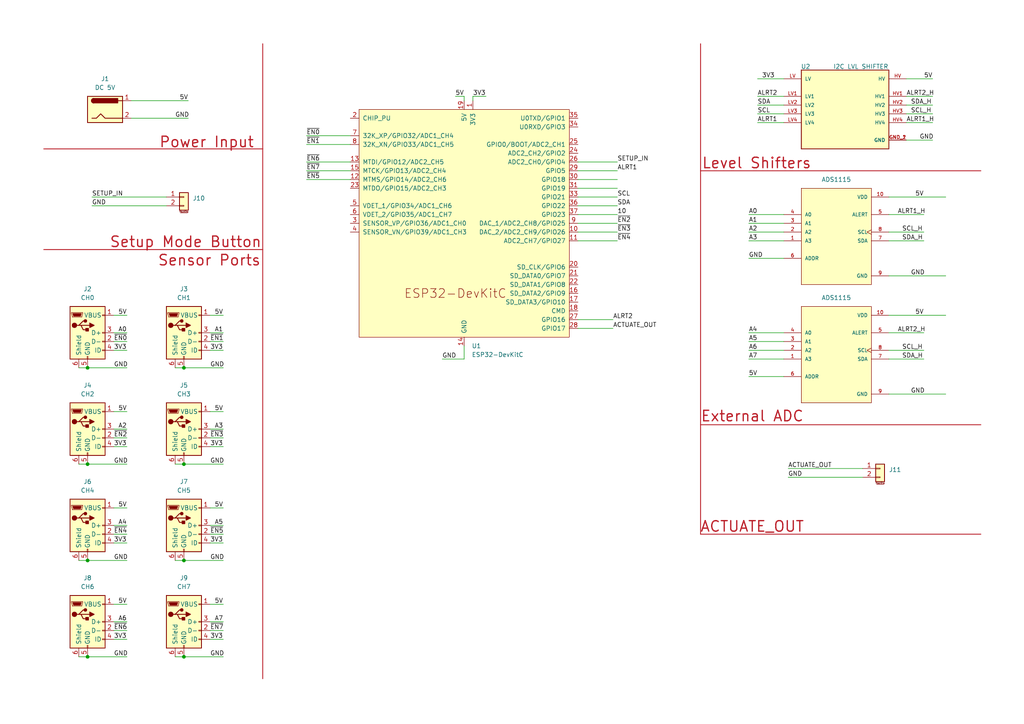
<source format=kicad_sch>
(kicad_sch (version 20231120) (generator "eeschema") (generator_version "8.0")
  (paper "A4")
  (lib_symbols
    (symbol "00_ADS1115_Board:ZC261500" (pin_names (offset 1.016))
      (property "Reference" "U" (at -10.16 16.002 0))
      (property "Value" "ZC261500" (at -10.16 -15.24 0))
      (symbol "ZC261500_0_0"
        (rectangle (start -10.16 -12.7) (end 10.16 15.24) (stroke (width 0.1524)) (fill (type background)))
        (pin input line (at -15.24 0 0) (length 5.08) (name "A3") (number "1"))
        (pin power_in line (at 15.24 12.7 180) (length 5.08) (name "VDD") (number "10"))
        (pin input line (at -15.24 2.54 0) (length 5.08) (name "A2") (number "2"))
        (pin input line (at -15.24 5.08 0) (length 5.08) (name "A1") (number "3"))
        (pin input line (at -15.24 7.62 0) (length 5.08) (name "A0") (number "4"))
        (pin bidirectional line (at 15.24 7.62 180) (length 5.08) (name "ALERT") (number "5"))
        (pin input line (at -15.24 -5.08 0) (length 5.08) (name "ADDR") (number "6"))
        (pin bidirectional line (at 15.24 0 180) (length 5.08) (name "SDA") (number "7"))
        (pin input clock (at 15.24 2.54 180) (length 5.08) (name "SCL") (number "8"))
        (pin power_in line (at 15.24 -10.16 180) (length 5.08) (name "GND") (number "9"))
      )
    )
    (symbol "BOB-12009:BOB-12009" (pin_names (offset 1.016))
      (property "Reference" "U" (at -12.7 11.43 0))
      (property "Value" "BOB-12009" (at -12.7 -15.24 0))
      (symbol "BOB-12009_0_0"
        (rectangle (start -12.7 -12.7) (end 12.7 10.16) (stroke (width 0.254)) (fill (type background)))
        (pin power_in line (at 17.78 -10.16 180) (length 5.08) (name "GND") (number "GND_1"))
        (pin power_in line (at 17.78 -10.16 180) (length 5.08) (name "GND") (number "GND_2"))
        (pin bidirectional line (at 17.78 7.62 180) (length 5.08) (name "HV") (number "HV"))
        (pin bidirectional line (at 17.78 2.54 180) (length 5.08) (name "HV1") (number "HV1"))
        (pin bidirectional line (at 17.78 0 180) (length 5.08) (name "HV2") (number "HV2"))
        (pin bidirectional line (at 17.78 -2.54 180) (length 5.08) (name "HV3") (number "HV3"))
        (pin bidirectional line (at 17.78 -5.08 180) (length 5.08) (name "HV4") (number "HV4"))
        (pin bidirectional line (at -17.78 7.62 0) (length 5.08) (name "LV") (number "LV"))
        (pin bidirectional line (at -17.78 2.54 0) (length 5.08) (name "LV1") (number "LV1"))
        (pin bidirectional line (at -17.78 0 0) (length 5.08) (name "LV2") (number "LV2"))
        (pin bidirectional line (at -17.78 -2.54 0) (length 5.08) (name "LV3") (number "LV3"))
        (pin bidirectional line (at -17.78 -5.08 0) (length 5.08) (name "LV4") (number "LV4"))
      )
    )
    (symbol "Connector:Barrel_Jack" (pin_names (offset 1.016))
      (property "Reference" "J" (at 0 5.334 0))
      (property "Value" "Barrel_Jack" (at 0 -5.08 0))
      (symbol "Barrel_Jack_0_1"
        (rectangle (start -5.08 3.81) (end 5.08 -3.81) (stroke (width 0.254)) (fill (type background)))
        (arc (start -3.302 3.175) (mid -3.9343 2.54) (end -3.302 1.905) (stroke (width 0.254)))
        (arc (start -3.302 3.175) (mid -3.9343 2.54) (end -3.302 1.905) (stroke (width 0.254)) (fill (type outline)))
        (polyline (pts (xy 5.08 2.54) (xy 3.81 2.54)) (stroke (width 0.254)))
        (polyline (pts (xy -3.81 -2.54) (xy -2.54 -2.54) (xy -1.27 -1.27) (xy 0 -2.54) (xy 2.54 -2.54) (xy 5.08 -2.54)) (stroke (width 0.254)))
        (rectangle (start 3.683 3.175) (end -3.302 1.905) (stroke (width 0.254)) (fill (type outline)))
      )
      (symbol "Barrel_Jack_1_1"
        (pin passive line (at 7.62 2.54 180) (length 2.54) (name "~") (number "1"))
        (pin passive line (at 7.62 -2.54 180) (length 2.54) (name "~") (number "2"))
      )
    )
    (symbol "Connector:USB_B_Micro" (pin_names (offset 1.016))
      (property "Reference" "J" (at -5.08 11.43 0))
      (property "Value" "USB_B_Micro" (at -5.08 8.89 0))
      (symbol "USB_B_Micro_0_1"
        (rectangle (start -5.08 -7.62) (end 5.08 7.62) (stroke (width 0.254)) (fill (type background)))
        (circle (center -3.81 2.159) (radius 0.635) (stroke (width 0.254)) (fill (type outline)))
        (circle (center -0.635 3.429) (radius 0.381) (stroke (width 0.254)) (fill (type outline)))
        (rectangle (start -0.127 -7.62) (end 0.127 -6.858))
        (polyline (pts (xy -1.905 2.159) (xy 0.635 2.159)) (stroke (width 0.254)))
        (polyline (pts (xy -3.175 2.159) (xy -2.54 2.159) (xy -1.27 3.429) (xy -0.635 3.429)) (stroke (width 0.254)))
        (polyline (pts (xy -2.54 2.159) (xy -1.905 2.159) (xy -1.27 0.889) (xy 0 0.889)) (stroke (width 0.254)))
        (polyline (pts (xy 0.635 2.794) (xy 0.635 1.524) (xy 1.905 2.159) (xy 0.635 2.794)) (stroke (width 0.254)) (fill (type outline)))
        (polyline (pts (xy -4.318 5.588) (xy -1.778 5.588) (xy -2.032 4.826) (xy -4.064 4.826) (xy -4.318 5.588)) (fill (type outline)))
        (polyline (pts (xy -4.699 5.842) (xy -4.699 5.588) (xy -4.445 4.826) (xy -4.445 4.572) (xy -1.651 4.572) (xy -1.651 4.826) (xy -1.397 5.588) (xy -1.397 5.842) (xy -4.699 5.842)))
        (rectangle (start 0.254 1.27) (end -0.508 0.508) (stroke (width 0.254)) (fill (type outline)))
        (rectangle (start 5.08 -5.207) (end 4.318 -4.953))
        (rectangle (start 5.08 -2.667) (end 4.318 -2.413))
        (rectangle (start 5.08 -0.127) (end 4.318 0.127))
        (rectangle (start 5.08 4.953) (end 4.318 5.207))
      )
      (symbol "USB_B_Micro_1_1"
        (pin power_out line (at 7.62 5.08 180) (length 2.54) (name "VBUS") (number "1"))
        (pin bidirectional line (at 7.62 -2.54 180) (length 2.54) (name "D-") (number "2"))
        (pin bidirectional line (at 7.62 0 180) (length 2.54) (name "D+") (number "3"))
        (pin passive line (at 7.62 -5.08 180) (length 2.54) (name "ID") (number "4"))
        (pin power_out line (at 0 -10.16 90) (length 2.54) (name "GND") (number "5"))
        (pin passive line (at -2.54 -10.16 90) (length 2.54) (name "Shield") (number "6"))
      )
    )
    (symbol "Connector_Generic_MountingPin:Conn_01x02_MountingPin" (pin_names (offset 1.016) hide)
      (property "Reference" "J10" (at 2.54 -0.3555 0))
      (symbol "Conn_01x02_MountingPin_1_1"
        (rectangle (start -1.27 -2.413) (end 0 -2.667) (stroke (width 0.1524)))
        (rectangle (start -1.27 0.127) (end 0 -0.127) (stroke (width 0.1524)))
        (rectangle (start -1.27 1.27) (end 1.27 -3.81) (stroke (width 0.254)) (fill (type background)))
        (polyline (pts (xy -1.016 -4.572) (xy 1.016 -4.572)) (stroke (width 0.1524)))
        (text "Mounting" (at 0 -4.191 0) (effects (font (size 0.381 0.381))))
        (pin passive line (at -5.08 0 0) (length 3.81) (name "Pin_1") (number "1"))
        (pin passive line (at -5.08 -2.54 0) (length 3.81) (name "Pin_2") (number "2"))
      )
    )
    (symbol "PCM_Espressif:ESP32-DevKitC" (pin_names (offset 1.016))
      (property "Reference" "U" (at -30.48 38.1 0))
      (property "Value" "ESP32-DevKitC" (at -30.48 35.56 0))
      (symbol "ESP32-DevKitC_0_0"
        (text "ESP32-DevKitC" (at -2.54 -20.32 0) (effects (font (size 2.54 2.54))))
        (pin power_in line (at 0 -35.56 90) (length 2.54) (name "GND") (number "14"))
        (pin power_in line (at 0 35.56 270) (length 2.54) (name "5V") (number "19"))
      )
      (symbol "ESP32-DevKitC_0_1"
        (rectangle (start -30.48 33.02) (end 30.48 -33.02) (fill (type background)))
      )
      (symbol "ESP32-DevKitC_1_1"
        (pin power_in line (at 2.54 35.56 270) (length 2.54) (name "3V3") (number "1"))
        (pin bidirectional line (at 33.02 -2.54 180) (length 2.54) (name "DAC_2/ADC2_CH9/GPIO26") (number "10"))
        (pin bidirectional line (at 33.02 -5.08 180) (length 2.54) (name "ADC2_CH7/GPIO27") (number "11"))
        (pin bidirectional line (at -33.02 12.7 0) (length 2.54) (name "MTMS/GPIO14/ADC2_CH6") (number "12"))
        (pin bidirectional line (at -33.02 17.78 0) (length 2.54) (name "MTDI/GPIO12/ADC2_CH5") (number "13"))
        (pin bidirectional line (at -33.02 15.24 0) (length 2.54) (name "MTCK/GPIO13/ADC2_CH4") (number "15"))
        (pin bidirectional line (at 33.02 -20.32 180) (length 2.54) (name "SD_DATA2/GPIO9") (number "16"))
        (pin bidirectional line (at 33.02 -22.86 180) (length 2.54) (name "SD_DATA3/GPIO10") (number "17"))
        (pin bidirectional line (at 33.02 -25.4 180) (length 2.54) (name "CMD") (number "18"))
        (pin input line (at -33.02 30.48 0) (length 2.54) (name "CHIP_PU") (number "2"))
        (pin bidirectional line (at 33.02 -12.7 180) (length 2.54) (name "SD_CLK/GPIO6") (number "20"))
        (pin bidirectional line (at 33.02 -15.24 180) (length 2.54) (name "SD_DATA0/GPIO7") (number "21"))
        (pin bidirectional line (at 33.02 -17.78 180) (length 2.54) (name "SD_DATA1/GPIO8") (number "22"))
        (pin bidirectional line (at -33.02 10.16 0) (length 2.54) (name "MTDO/GPIO15/ADC2_CH3") (number "23"))
        (pin bidirectional line (at 33.02 20.32 180) (length 2.54) (name "ADC2_CH2/GPIO2") (number "24"))
        (pin bidirectional line (at 33.02 22.86 180) (length 2.54) (name "GPIO0/BOOT/ADC2_CH1") (number "25"))
        (pin bidirectional line (at 33.02 17.78 180) (length 2.54) (name "ADC2_CH0/GPIO4") (number "26"))
        (pin bidirectional line (at 33.02 -27.94 180) (length 2.54) (name "GPIO16") (number "27"))
        (pin bidirectional line (at 33.02 -30.48 180) (length 2.54) (name "GPIO17") (number "28"))
        (pin bidirectional line (at 33.02 15.24 180) (length 2.54) (name "GPIO5") (number "29"))
        (pin input line (at -33.02 0 0) (length 2.54) (name "SENSOR_VP/GPIO36/ADC1_CH0") (number "3"))
        (pin bidirectional line (at 33.02 12.7 180) (length 2.54) (name "GPIO18") (number "30"))
        (pin bidirectional line (at 33.02 10.16 180) (length 2.54) (name "GPIO19") (number "31"))
        (pin passive line (at 0 -35.56 90) (length 2.54) hide (name "GND") (number "32"))
        (pin bidirectional line (at 33.02 7.62 180) (length 2.54) (name "GPIO21") (number "33"))
        (pin bidirectional line (at 33.02 27.94 180) (length 2.54) (name "U0RXD/GPIO3") (number "34"))
        (pin bidirectional line (at 33.02 30.48 180) (length 2.54) (name "U0TXD/GPIO1") (number "35"))
        (pin bidirectional line (at 33.02 5.08 180) (length 2.54) (name "GPIO22") (number "36"))
        (pin bidirectional line (at 33.02 2.54 180) (length 2.54) (name "GPIO23") (number "37"))
        (pin passive line (at 0 -35.56 90) (length 2.54) hide (name "GND") (number "38"))
        (pin input line (at -33.02 -2.54 0) (length 2.54) (name "SENSOR_VN/GPIO39/ADC1_CH3") (number "4"))
        (pin input line (at -33.02 5.08 0) (length 2.54) (name "VDET_1/GPIO34/ADC1_CH6") (number "5"))
        (pin input line (at -33.02 2.54 0) (length 2.54) (name "VDET_2/GPIO35/ADC1_CH7") (number "6"))
        (pin bidirectional line (at -33.02 25.4 0) (length 2.54) (name "32K_XP/GPIO32/ADC1_CH4") (number "7"))
        (pin bidirectional line (at -33.02 22.86 0) (length 2.54) (name "32K_XN/GPIO33/ADC1_CH5") (number "8"))
        (pin bidirectional line (at 33.02 0 180) (length 2.54) (name "DAC_1/ADC2_CH8/GPIO25") (number "9"))
      )
    )
  )
  (junction (at 25.4 162.56))
  (junction (at 25.4 134.62))
  (junction (at 53.34 162.56))
  (junction (at 25.4 106.68))
  (junction (at 53.34 134.62))
  (junction (at 53.34 106.68))
  (junction (at 53.34 190.5))
  (junction (at 25.4 190.5))
  (wire (pts (xy 257.81 101.6) (xy 267.97 101.6)))
  (polyline (pts (xy 203.2 123.19) (xy 284.48 123.19)) (stroke (width 0.254) (color 185 28 38 1)))
  (wire (pts (xy 60.96 147.32) (xy 64.77 147.32)))
  (wire (pts (xy 167.64 95.25) (xy 177.8 95.25)))
  (wire (pts (xy 134.62 100.33) (xy 134.62 104.14)))
  (wire (pts (xy 262.89 35.56) (xy 270.51 35.56)))
  (wire (pts (xy 22.86 162.56) (xy 25.4 162.56)))
  (polyline (pts (xy 76.2 196.85) (xy 76.2 196.85)))
  (wire (pts (xy 137.16 27.94) (xy 140.97 27.94)))
  (wire (pts (xy 217.17 67.31) (xy 227.33 67.31)))
  (polyline (pts (xy 203.2 49.53) (xy 203.2 154.94)) (stroke (width 0.254) (color 185 28 38 1)))
  (wire (pts (xy 88.9 49.53) (xy 101.6 49.53)))
  (wire (pts (xy 217.17 109.22) (xy 227.33 109.22)))
  (wire (pts (xy 60.96 119.38) (xy 64.77 119.38)))
  (wire (pts (xy 33.02 152.4) (xy 36.83 152.4)))
  (polyline (pts (xy 203.2 49.53) (xy 284.48 49.53)) (stroke (width 0.254) (color 185 28 38 1)))
  (wire (pts (xy 22.86 190.5) (xy 25.4 190.5)))
  (wire (pts (xy 60.96 124.46) (xy 64.77 124.46)))
  (wire (pts (xy 217.17 99.06) (xy 227.33 99.06)))
  (wire (pts (xy 33.02 101.6) (xy 36.83 101.6)))
  (wire (pts (xy 33.02 127) (xy 36.83 127)))
  (wire (pts (xy 53.34 190.5) (xy 64.77 190.5)))
  (wire (pts (xy 167.64 49.53) (xy 179.07 49.53)))
  (wire (pts (xy 50.8 162.56) (xy 53.34 162.56)))
  (polyline (pts (xy 12.7 43.18) (xy 76.2 43.18)) (stroke (width 0.254) (color 185 28 38 1)))
  (polyline (pts (xy 12.7 72.39) (xy 76.2 72.39)) (stroke (width 0.254) (color 185 28 38 1)))
  (wire (pts (xy 33.02 182.88) (xy 36.83 182.88)))
  (wire (pts (xy 167.64 46.99) (xy 179.07 46.99)))
  (wire (pts (xy 53.34 134.62) (xy 64.77 134.62)))
  (polyline (pts (xy 203.2 12.7) (xy 203.2 49.53)) (stroke (width 0.254) (color 185 28 38 1)))
  (wire (pts (xy 217.17 96.52) (xy 227.33 96.52)))
  (wire (pts (xy 33.02 180.34) (xy 36.83 180.34)))
  (wire (pts (xy 33.02 147.32) (xy 36.83 147.32)))
  (wire (pts (xy 60.96 157.48) (xy 64.77 157.48)))
  (wire (pts (xy 38.1 34.29) (xy 54.61 34.29)))
  (wire (pts (xy 262.89 30.48) (xy 270.51 30.48)))
  (wire (pts (xy 22.86 134.62) (xy 25.4 134.62)))
  (wire (pts (xy 33.02 119.38) (xy 36.83 119.38)))
  (wire (pts (xy 257.81 67.31) (xy 267.97 67.31)))
  (wire (pts (xy 217.17 64.77) (xy 227.33 64.77)))
  (polyline (pts (xy 203.2 154.94) (xy 284.48 154.94)) (stroke (width 0.254) (color 185 28 38 1)))
  (wire (pts (xy 167.64 57.15) (xy 179.07 57.15)))
  (wire (pts (xy 167.64 92.71) (xy 177.8 92.71)))
  (wire (pts (xy 219.71 22.86) (xy 227.33 22.86)))
  (wire (pts (xy 26.67 57.15) (xy 48.26 57.15)))
  (wire (pts (xy 25.4 162.56) (xy 36.83 162.56)))
  (wire (pts (xy 33.02 129.54) (xy 36.83 129.54)))
  (wire (pts (xy 60.96 185.42) (xy 64.77 185.42)))
  (wire (pts (xy 217.17 69.85) (xy 227.33 69.85)))
  (wire (pts (xy 228.6 138.43) (xy 250.19 138.43)))
  (wire (pts (xy 167.64 54.61) (xy 179.07 54.61)))
  (wire (pts (xy 262.89 40.64) (xy 270.51 40.64)))
  (wire (pts (xy 257.81 80.01) (xy 274.32 80.01)))
  (wire (pts (xy 33.02 124.46) (xy 36.83 124.46)))
  (wire (pts (xy 167.64 69.85) (xy 179.07 69.85)))
  (wire (pts (xy 60.96 182.88) (xy 64.77 182.88)))
  (wire (pts (xy 219.71 35.56) (xy 227.33 35.56)))
  (wire (pts (xy 60.96 154.94) (xy 64.77 154.94)))
  (wire (pts (xy 257.81 114.3) (xy 274.32 114.3)))
  (wire (pts (xy 88.9 52.07) (xy 101.6 52.07)))
  (wire (pts (xy 88.9 39.37) (xy 101.6 39.37)))
  (wire (pts (xy 219.71 30.48) (xy 227.33 30.48)))
  (wire (pts (xy 134.62 27.94) (xy 134.62 29.21)))
  (wire (pts (xy 167.64 59.69) (xy 179.07 59.69)))
  (wire (pts (xy 60.96 91.44) (xy 64.77 91.44)))
  (wire (pts (xy 53.34 162.56) (xy 64.77 162.56)))
  (wire (pts (xy 217.17 101.6) (xy 227.33 101.6)))
  (wire (pts (xy 257.81 62.23) (xy 267.97 62.23)))
  (wire (pts (xy 219.71 33.02) (xy 227.33 33.02)))
  (wire (pts (xy 257.81 69.85) (xy 267.97 69.85)))
  (wire (pts (xy 33.02 91.44) (xy 36.83 91.44)))
  (wire (pts (xy 167.64 62.23) (xy 179.07 62.23)))
  (wire (pts (xy 219.71 27.94) (xy 227.33 27.94)))
  (wire (pts (xy 257.81 104.14) (xy 267.97 104.14)))
  (wire (pts (xy 257.81 96.52) (xy 267.97 96.52)))
  (wire (pts (xy 262.89 27.94) (xy 270.51 27.94)))
  (wire (pts (xy 228.6 135.89) (xy 250.19 135.89)))
  (wire (pts (xy 217.17 62.23) (xy 227.33 62.23)))
  (wire (pts (xy 167.64 67.31) (xy 179.07 67.31)))
  (wire (pts (xy 257.81 91.44) (xy 274.32 91.44)))
  (wire (pts (xy 88.9 46.99) (xy 101.6 46.99)))
  (wire (pts (xy 50.8 190.5) (xy 53.34 190.5)))
  (wire (pts (xy 128.27 104.14) (xy 134.62 104.14)))
  (wire (pts (xy 137.16 29.21) (xy 137.16 27.94)))
  (wire (pts (xy 38.1 29.21) (xy 54.61 29.21)))
  (wire (pts (xy 53.34 106.68) (xy 64.77 106.68)))
  (wire (pts (xy 22.86 106.68) (xy 25.4 106.68)))
  (polyline (pts (xy 76.2 12.7) (xy 76.2 43.18)) (stroke (width 0.254) (color 185 28 38 1)))
  (wire (pts (xy 50.8 106.68) (xy 53.34 106.68)))
  (wire (pts (xy 60.96 152.4) (xy 64.77 152.4)))
  (wire (pts (xy 33.02 157.48) (xy 36.83 157.48)))
  (wire (pts (xy 262.89 33.02) (xy 270.51 33.02)))
  (wire (pts (xy 60.96 99.06) (xy 64.77 99.06)))
  (wire (pts (xy 33.02 96.52) (xy 36.83 96.52)))
  (wire (pts (xy 60.96 129.54) (xy 64.77 129.54)))
  (wire (pts (xy 25.4 190.5) (xy 36.83 190.5)))
  (wire (pts (xy 257.81 57.15) (xy 274.32 57.15)))
  (wire (pts (xy 217.17 104.14) (xy 227.33 104.14)))
  (wire (pts (xy 33.02 185.42) (xy 36.83 185.42)))
  (wire (pts (xy 25.4 106.68) (xy 36.83 106.68)))
  (wire (pts (xy 60.96 127) (xy 64.77 127)))
  (wire (pts (xy 33.02 175.26) (xy 36.83 175.26)))
  (wire (pts (xy 60.96 175.26) (xy 64.77 175.26)))
  (wire (pts (xy 167.64 64.77) (xy 179.07 64.77)))
  (wire (pts (xy 25.4 134.62) (xy 36.83 134.62)))
  (wire (pts (xy 26.67 59.69) (xy 48.26 59.69)))
  (wire (pts (xy 60.96 96.52) (xy 64.77 96.52)))
  (wire (pts (xy 132.08 27.94) (xy 134.62 27.94)))
  (polyline (pts (xy 76.2 196.85) (xy 76.2 72.39)) (stroke (width 0.254) (color 185 28 38 1)))
  (polyline (pts (xy 76.2 72.39) (xy 76.2 43.18)) (stroke (width 0.254) (color 185 28 38 1)))
  (wire (pts (xy 60.96 180.34) (xy 64.77 180.34)))
  (wire (pts (xy 167.64 52.07) (xy 179.07 52.07)))
  (wire (pts (xy 33.02 154.94) (xy 36.83 154.94)))
  (wire (pts (xy 60.96 101.6) (xy 64.77 101.6)))
  (wire (pts (xy 50.8 134.62) (xy 53.34 134.62)))
  (wire (pts (xy 88.9 41.91) (xy 101.6 41.91)))
  (wire (pts (xy 262.89 22.86) (xy 270.51 22.86)))
  (wire (pts (xy 33.02 99.06) (xy 36.83 99.06)))
  (wire (pts (xy 217.17 74.93) (xy 227.33 74.93)))
  (text "Sensor Ports" (at 60.706 75.692 0) (effects (font (size 3.048 3.048) (thickness 0.3658) (bold yes))))
  (text "Power Input" (at 59.944 41.402 0) (effects (font (size 3.048 3.048) (thickness 0.3658) (bold yes))))
  (text "ACTUATE_OUT" (at 218.186 152.908 0) (effects (font (size 3.048 3.048) (thickness 0.3658) (bold yes))))
  (text "External ADC\n" (at 218.186 120.904 0) (effects (font (size 3.048 3.048) (thickness 0.3658) (bold yes))))
  (text "Level Shifters" (at 219.456 47.498 0) (effects (font (size 3.048 3.048) (thickness 0.3658) (bold yes))))
  (text "Setup Mode Button" (at 53.848 70.358 0) (effects (font (size 3.048 3.048) (thickness 0.3658) (bold yes))))
  (label "5V" (at 265.43 57.15 0))
  (label "3V3" (at 60.96 101.6 0))
  (label "GND" (at 217.17 74.93 0))
  (label "SCL_H" (at 264.16 33.02 0))
  (label "GND" (at 26.67 59.69 0))
  (label "5V" (at 62.23 175.26 0))
  (label "~{EN0}" (at 33.02 99.06 0))
  (label "GND" (at 228.6 138.43 0))
  (label "SDA_H" (at 261.62 104.14 0))
  (label "~{EN6}" (at 33.02 182.88 0))
  (label "~{EN3}" (at 179.07 67.31 0))
  (label "~{EN1}" (at 88.9 41.91 0))
  (label "~{EN3}" (at 60.96 127 0))
  (label "A3" (at 62.23 124.46 0))
  (label "A5" (at 217.17 99.06 0))
  (label "3V3" (at 33.02 129.54 0))
  (label "5V" (at 62.23 119.38 0))
  (label "~{EN5}" (at 60.96 154.94 0))
  (label "ALRT2" (at 219.71 27.94 0))
  (label "A0" (at 217.17 62.23 0))
  (label "A1" (at 62.23 96.52 0))
  (label "3V3" (at 60.96 129.54 0))
  (label "5V" (at 34.29 91.44 0))
  (label "5V" (at 34.29 175.26 0))
  (label "ALRT2_H" (at 260.35 96.52 0))
  (label "GND" (at 60.96 162.56 0))
  (label "SETUP_IN" (at 179.07 46.99 0))
  (label "ALRT2_H" (at 262.89 27.94 0))
  (label "ALRT1" (at 179.07 49.53 0))
  (label "~{EN7}" (at 88.9 49.53 0))
  (label "GND" (at 33.02 134.62 0))
  (label "~{EN7}" (at 60.96 182.88 0))
  (label "GND" (at 33.02 190.5 0))
  (label "3V3" (at 137.16 27.94 0))
  (label "ALRT1_H" (at 262.89 35.56 0))
  (label "~{EN2}" (at 179.07 64.77 0))
  (label "SDA_H" (at 264.16 30.48 0))
  (label "ALRT2" (at 177.8 92.71 0))
  (label "GND" (at 264.16 114.3 0))
  (label "~{EN1}" (at 60.96 99.06 0))
  (label "SCL_H" (at 261.62 101.6 0))
  (label "3V3" (at 60.96 185.42 0))
  (label "A6" (at 217.17 101.6 0))
  (label "A7" (at 62.23 180.34 0))
  (label "SCL_H" (at 261.62 67.31 0))
  (label "GND" (at 60.96 134.62 0))
  (label "3V3" (at 33.02 101.6 0))
  (label "3V3" (at 33.02 185.42 0))
  (label "5V" (at 52.07 29.21 0))
  (label "ACTUATE_OUT" (at 177.8 95.25 0))
  (label "10" (at 179.07 62.23 0))
  (label "~{EN2}" (at 33.02 127 0))
  (label "A4" (at 217.17 96.52 0))
  (label "A4" (at 34.29 152.4 0))
  (label "ALRT1" (at 219.71 35.56 0))
  (label "~{EN4}" (at 33.02 154.94 0))
  (label "GND" (at 264.16 80.01 0))
  (label "GND" (at 50.8 34.29 0))
  (label "ACTUATE_OUT" (at 228.6 135.89 0))
  (label "~{EN0}" (at 88.9 39.37 0))
  (label "A2" (at 34.29 124.46 0))
  (label "5V" (at 62.23 147.32 0))
  (label "A3" (at 217.17 69.85 0))
  (label "SDA" (at 219.71 30.48 0))
  (label "A0" (at 34.29 96.52 0))
  (label "GND" (at 128.27 104.14 0))
  (label "SDA_H" (at 261.62 69.85 0))
  (label "3V3" (at 60.96 157.48 0))
  (label "SDA" (at 179.07 59.69 0))
  (label "A2" (at 217.17 67.31 0))
  (label "5V" (at 34.29 147.32 0))
  (label "5V" (at 62.23 91.44 0))
  (label "~{EN5}" (at 88.9 52.07 0))
  (label "GND" (at 33.02 162.56 0))
  (label "GND" (at 33.02 106.68 0))
  (label "A7" (at 217.17 104.14 0))
  (label "GND" (at 60.96 106.68 0))
  (label "A1" (at 217.17 64.77 0))
  (label "GND" (at 60.96 190.5 0))
  (label "GND" (at 266.7 40.64 0))
  (label "3V3" (at 220.98 22.86 0))
  (label "5V" (at 34.29 119.38 0))
  (label "ALRT1_H" (at 260.35 62.23 0))
  (label "A5" (at 62.23 152.4 0))
  (label "5V" (at 267.97 22.86 0))
  (label "SCL" (at 219.71 33.02 0))
  (label "5V" (at 217.17 109.22 0))
  (label "5V" (at 132.08 27.94 0))
  (label "~{EN4}" (at 179.07 69.85 0))
  (label "3V3" (at 33.02 157.48 0))
  (label "~{EN6}" (at 88.9 46.99 0))
  (label "SETUP_IN" (at 26.67 57.15 0))
  (label "5V" (at 265.43 91.44 0))
  (label "A6" (at 34.29 180.34 0))
  (label "SCL" (at 179.07 57.15 0))
  (symbol (lib_id "Connector:USB_B_Micro") (at 53.34 180.34 0) (unit 1)
    (property "Reference" "J9" (at 53.34 167.64 0))
    (property "Value" "CH7" (at 53.34 170.18 0))
    (property "Footprint" "Connector_USB:USB_Micro-B_Amphenol_10118194_Horizontal" (effects (hide yes)))
    (property "Description" "USB Micro Type B connector" (effects (hide yes)))
  )
  (symbol (lib_id "00_ADS1115_Board:ZC261500") (at 242.57 69.85 0) (unit 1)
    (property "Reference" "U4" (effects (hide yes)))
    (property "Value" "ADS1115" (at 242.57 52.07 0))
    (property "Footprint" "ZC261500:MODULE_ZC261500" (effects (hide yes)))
    (property "MF" "YKS" (effects (hide yes)))
    (property "MAXIMUM_PACKAGE_HEIGHT" "NA" (effects (hide yes)))
    (property "Package" "None" (effects (hide yes)))
    (property "Price" "None" (effects (hide yes)))
    (property "Check_prices" "https://www.snapeda.com/parts/ZC261500/YKS/view-part/?ref=eda" (effects (hide yes)))
    (property "STANDARD" "Manufacturer Recommendations" (effects (hide yes)))
    (property "PARTREV" "NA" (effects (hide yes)))
    (property "SnapEDA_Link" "https://www.snapeda.com/parts/ZC261500/YKS/view-part/?ref=snap" (effects (hide yes)))
    (property "MP" "ZC261500" (effects (hide yes)))
    (property "Description_1" "\nADS1115 Module ADC 4 channel with Pro Gain Amplifier for Arduino RPi\n" (effects (hide yes)))
    (property "Availability" "Not in stock" (effects (hide yes)))
    (property "MANUFACTURER" "YKS" (effects (hide yes)))
  )
  (symbol (lib_id "PCM_Espressif:ESP32-DevKitC") (at 134.62 64.77 0) (unit 1)
    (property "Reference" "U1" (at 136.8141 100.33 0) (effects (justify left)))
    (property "Value" "ESP32-DevKitC" (at 136.8141 102.87 0) (effects (justify left)))
    (property "Footprint" "PCM_Espressif:ESP32-DevKitC" (effects (hide yes)))
    (property "Datasheet" "https://docs.espressif.com/projects/esp-idf/zh_CN/latest/esp32/hw-reference/esp32/get-started-devkitc.html" (effects (hide yes)))
    (property "Description" "Development Kit" (effects (hide yes)))
  )
  (symbol (lib_id "BOB-12009:BOB-12009") (at 245.11 30.48 0) (unit 1)
    (property "Reference" "U2" (at 233.68 19.304 0))
    (property "Value" "I2C LVL SHIFTER" (at 249.682 19.304 0))
    (property "Footprint" "BOB-12009:CONV_BOB-12009" (effects (hide yes)))
    (property "MF" "SparkFun" (effects (hide yes)))
    (property "MAXIMUM_PACKAGE_HEIGHT" "N/A" (effects (hide yes)))
    (property "Package" "None" (effects (hide yes)))
    (property "Price" "None" (effects (hide yes)))
    (property "Check_prices" "https://www.snapeda.com/parts/BOB-12009/SparkFun+Electronics/view-part/?ref=eda" (effects (hide yes)))
    (property "STANDARD" "Manufacturer Recommendations" (effects (hide yes)))
    (property "PARTREV" "01" (effects (hide yes)))
    (property "SnapEDA_Link" "https://www.snapeda.com/parts/BOB-12009/SparkFun+Electronics/view-part/?ref=snap" (effects (hide yes)))
    (property "MP" "BOB-12009" (effects (hide yes)))
    (property "Purchase-URL" "https://www.snapeda.com/api/url_track_click_mouser/?unipart_id=551764&manufacturer=SparkFun&part_name=BOB-12009&search_term=None" (effects (hide yes)))
    (property "Description_1" "\nBSS138 Logic-Level Translator Interface Evaluation Board\n" (effects (hide yes)))
    (property "Availability" "In Stock" (effects (hide yes)))
    (property "MANUFACTURER" "SparkFun Electronics" (effects (hide yes)))
  )
  (symbol (lib_id "Connector:USB_B_Micro") (at 25.4 124.46 0) (unit 1)
    (property "Reference" "J4" (at 25.4 111.76 0))
    (property "Value" "CH2" (at 25.4 114.3 0))
    (property "Footprint" "Connector_USB:USB_Micro-B_Amphenol_10118194_Horizontal" (effects (hide yes)))
    (property "Description" "USB Micro Type B connector" (effects (hide yes)))
  )
  (symbol (lib_id "Connector:USB_B_Micro") (at 25.4 96.52 0) (unit 1)
    (property "Reference" "J2" (at 25.4 83.82 0))
    (property "Value" "CH0" (at 25.4 86.36 0))
    (property "Footprint" "Connector_USB:USB_Micro-B_Amphenol_10118194_Horizontal" (effects (hide yes)))
    (property "Description" "USB Micro Type B connector" (effects (hide yes)))
  )
  (symbol (lib_id "Connector:USB_B_Micro") (at 53.34 124.46 0) (unit 1)
    (property "Reference" "J5" (at 53.34 111.76 0))
    (property "Value" "CH3" (at 53.34 114.3 0))
    (property "Footprint" "Connector_USB:USB_Micro-B_Amphenol_10118194_Horizontal" (effects (hide yes)))
    (property "Description" "USB Micro Type B connector" (effects (hide yes)))
  )
  (symbol (lib_id "Connector:USB_B_Micro") (at 25.4 180.34 0) (unit 1)
    (property "Reference" "J8" (at 25.4 167.64 0))
    (property "Value" "CH6" (at 25.4 170.18 0))
    (property "Footprint" "Connector_USB:USB_Micro-B_Amphenol_10118194_Horizontal" (effects (hide yes)))
    (property "Description" "USB Micro Type B connector" (effects (hide yes)))
  )
  (symbol (lib_id "Connector:USB_B_Micro") (at 53.34 152.4 0) (unit 1)
    (property "Reference" "J7" (at 53.34 139.7 0))
    (property "Value" "CH5" (at 53.34 142.24 0))
    (property "Footprint" "Connector_USB:USB_Micro-B_Amphenol_10118194_Horizontal" (effects (hide yes)))
    (property "Description" "USB Micro Type B connector" (effects (hide yes)))
  )
  (symbol (lib_id "Connector_Generic_MountingPin:Conn_01x02_MountingPin") (at 255.27 135.89 0) (unit 1)
    (property "Reference" "J11" (at 257.81 136.2455 0) (effects (justify left)))
    (property "Value" "Pin Header" (effects (hide yes)))
    (property "Footprint" "Connector_PinHeader_2.54mm:PinHeader_1x02_P2.54mm_Vertical" (effects (hide yes)))
    (property "Description" "Generic connectable mounting pin connector, single row, 01x02, script generated (kicad-library-utils/schlib/autogen/connector/)" (effects (hide yes)))
  )
  (symbol (lib_id "Connector:Barrel_Jack") (at 30.48 31.75 0) (unit 1)
    (property "Reference" "J1" (at 30.48 22.86 0))
    (property "Value" "DC 5V" (at 30.48 25.4 0))
    (property "Footprint" "Connector_BarrelJack:BarrelJack_Horizontal" (effects (hide yes)))
    (property "Description" "DC Barrel Jack" (effects (hide yes)))
  )
  (symbol (lib_id "00_ADS1115_Board:ZC261500") (at 242.57 104.14 0) (unit 1)
    (property "Reference" "U5" (effects (hide yes)))
    (property "Value" "ADS1115" (at 242.57 86.36 0))
    (property "Footprint" "ZC261500:MODULE_ZC261500" (effects (hide yes)))
    (property "MF" "YKS" (effects (hide yes)))
    (property "MAXIMUM_PACKAGE_HEIGHT" "NA" (effects (hide yes)))
    (property "Package" "None" (effects (hide yes)))
    (property "Price" "None" (effects (hide yes)))
    (property "Check_prices" "https://www.snapeda.com/parts/ZC261500/YKS/view-part/?ref=eda" (effects (hide yes)))
    (property "STANDARD" "Manufacturer Recommendations" (effects (hide yes)))
    (property "PARTREV" "NA" (effects (hide yes)))
    (property "SnapEDA_Link" "https://www.snapeda.com/parts/ZC261500/YKS/view-part/?ref=snap" (effects (hide yes)))
    (property "MP" "ZC261500" (effects (hide yes)))
    (property "Description_1" "\nADS1115 Module ADC 4 channel with Pro Gain Amplifier for Arduino RPi\n" (effects (hide yes)))
    (property "Availability" "Not in stock" (effects (hide yes)))
    (property "MANUFACTURER" "YKS" (effects (hide yes)))
  )
  (symbol (lib_id "Connector_Generic_MountingPin:Conn_01x02_MountingPin") (at 53.34 57.15 0) (unit 1)
    (property "Reference" "J10" (at 55.88 57.5055 0) (effects (justify left)))
    (property "Value" "Pin Header" (effects (hide yes)))
    (property "Footprint" "Connector_PinHeader_2.54mm:PinHeader_1x02_P2.54mm_Vertical" (effects (hide yes)))
    (property "Description" "Generic connectable mounting pin connector, single row, 01x02, script generated (kicad-library-utils/schlib/autogen/connector/)" (effects (hide yes)))
  )
  (symbol (lib_id "Connector:USB_B_Micro") (at 25.4 152.4 0) (unit 1)
    (property "Reference" "J6" (at 25.4 139.7 0))
    (property "Value" "CH4" (at 25.4 142.24 0))
    (property "Footprint" "Connector_USB:USB_Micro-B_Amphenol_10118194_Horizontal" (effects (hide yes)))
    (property "Description" "USB Micro Type B connector" (effects (hide yes)))
  )
  (symbol (lib_id "Connector:USB_B_Micro") (at 53.34 96.52 0) (unit 1)
    (property "Reference" "J3" (at 53.34 83.82 0))
    (property "Value" "CH1" (at 53.34 86.36 0))
    (property "Footprint" "Connector_USB:USB_Micro-B_Amphenol_10118194_Horizontal" (effects (hide yes)))
    (property "Description" "USB Micro Type B connector" (effects (hide yes)))
  )
)
</source>
